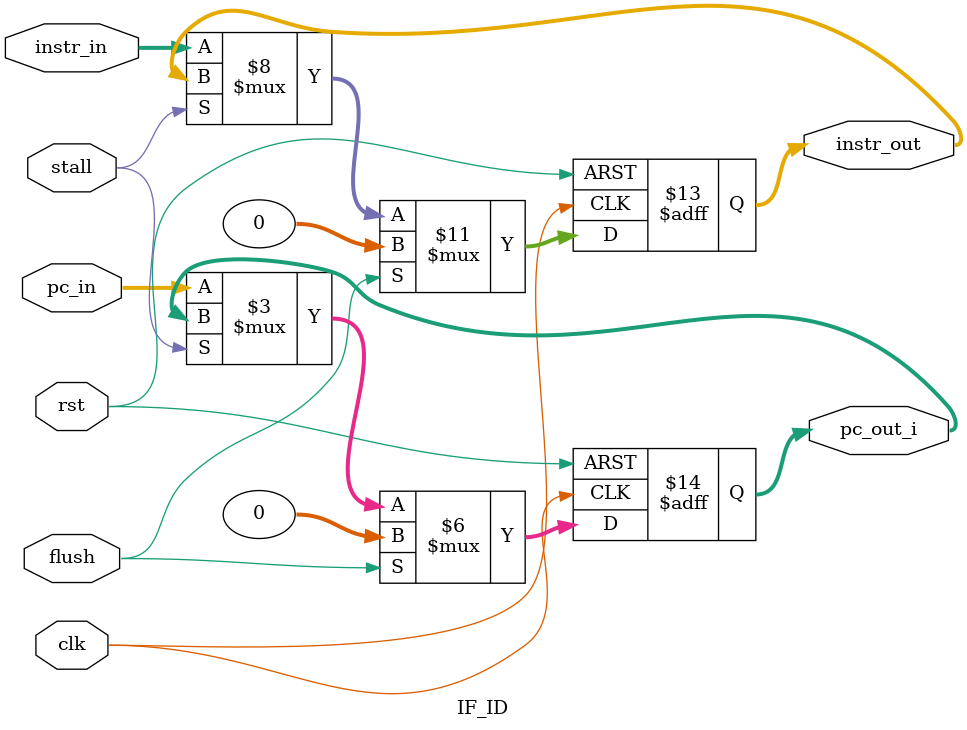
<source format=v>

module IF_ID(clk, rst, stall, flush, instr_in, pc_in, instr_out, pc_out_i);
input clk, rst, flush, stall;
input [31:0] instr_in, pc_in;
output reg [31:0] instr_out, pc_out_i;


always@(posedge clk or posedge rst)
begin

if(rst) begin
	pc_out_i <= 0; 
	instr_out <= 0;
end

else if(flush) begin
	pc_out_i <= 0; 
	instr_out <= 0;
end

else if(!stall) begin
	pc_out_i <= pc_in;
	instr_out <= instr_in;
end

end
endmodule
</source>
